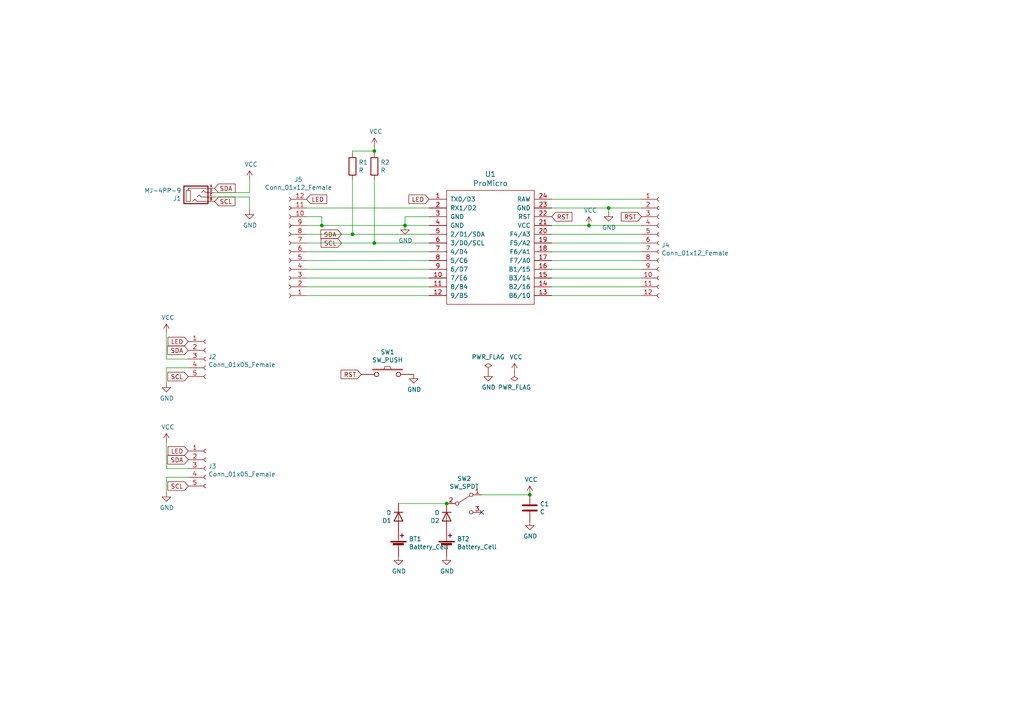
<source format=kicad_sch>
(kicad_sch (version 20211123) (generator eeschema)
  (paper "A4")
  (lib_symbols
    (symbol "Connector:Conn_01x05_Female" (pin_names (offset 1.016) hide)
      (property "Reference" "J" (at 0 7.62 0))
      (property "Value" "Conn_01x05_Female" (at 0 -7.62 0))
      (symbol "Conn_01x05_Female_1_1"
        (arc (start 0 -4.572) (mid -0.508 -5.08) (end 0 -5.588) (stroke (width 0.1524)))
        (arc (start 0 -2.032) (mid -0.508 -2.54) (end 0 -3.048) (stroke (width 0.1524)))
        (polyline (pts (xy -1.27 -5.08) (xy -0.508 -5.08)) (stroke (width 0.1524)))
        (polyline (pts (xy -1.27 -2.54) (xy -0.508 -2.54)) (stroke (width 0.1524)))
        (polyline (pts (xy -1.27 0) (xy -0.508 0)) (stroke (width 0.1524)))
        (polyline (pts (xy -1.27 2.54) (xy -0.508 2.54)) (stroke (width 0.1524)))
        (polyline (pts (xy -1.27 5.08) (xy -0.508 5.08)) (stroke (width 0.1524)))
        (arc (start 0 0.508) (mid -0.508 0) (end 0 -0.508) (stroke (width 0.1524)))
        (arc (start 0 3.048) (mid -0.508 2.54) (end 0 2.032) (stroke (width 0.1524)))
        (arc (start 0 5.588) (mid -0.508 5.08) (end 0 4.572) (stroke (width 0.1524)))
        (pin passive line (at -5.08 5.08 0) (length 3.81) (name "Pin_1") (number "1"))
        (pin passive line (at -5.08 2.54 0) (length 3.81) (name "Pin_2") (number "2"))
        (pin passive line (at -5.08 0 0) (length 3.81) (name "Pin_3") (number "3"))
        (pin passive line (at -5.08 -2.54 0) (length 3.81) (name "Pin_4") (number "4"))
        (pin passive line (at -5.08 -5.08 0) (length 3.81) (name "Pin_5") (number "5"))
      )
    )
    (symbol "Connector:Conn_01x12_Female" (pin_names (offset 1.016) hide)
      (property "Reference" "J" (at 0 15.24 0))
      (property "Value" "Conn_01x12_Female" (at 0 -17.78 0))
      (symbol "Conn_01x12_Female_1_1"
        (arc (start 0 -14.732) (mid -0.508 -15.24) (end 0 -15.748) (stroke (width 0.1524)))
        (arc (start 0 -12.192) (mid -0.508 -12.7) (end 0 -13.208) (stroke (width 0.1524)))
        (arc (start 0 -9.652) (mid -0.508 -10.16) (end 0 -10.668) (stroke (width 0.1524)))
        (arc (start 0 -7.112) (mid -0.508 -7.62) (end 0 -8.128) (stroke (width 0.1524)))
        (arc (start 0 -4.572) (mid -0.508 -5.08) (end 0 -5.588) (stroke (width 0.1524)))
        (arc (start 0 -2.032) (mid -0.508 -2.54) (end 0 -3.048) (stroke (width 0.1524)))
        (polyline (pts (xy -1.27 -15.24) (xy -0.508 -15.24)) (stroke (width 0.1524)))
        (polyline (pts (xy -1.27 -12.7) (xy -0.508 -12.7)) (stroke (width 0.1524)))
        (polyline (pts (xy -1.27 -10.16) (xy -0.508 -10.16)) (stroke (width 0.1524)))
        (polyline (pts (xy -1.27 -7.62) (xy -0.508 -7.62)) (stroke (width 0.1524)))
        (polyline (pts (xy -1.27 -5.08) (xy -0.508 -5.08)) (stroke (width 0.1524)))
        (polyline (pts (xy -1.27 -2.54) (xy -0.508 -2.54)) (stroke (width 0.1524)))
        (polyline (pts (xy -1.27 0) (xy -0.508 0)) (stroke (width 0.1524)))
        (polyline (pts (xy -1.27 2.54) (xy -0.508 2.54)) (stroke (width 0.1524)))
        (polyline (pts (xy -1.27 5.08) (xy -0.508 5.08)) (stroke (width 0.1524)))
        (polyline (pts (xy -1.27 7.62) (xy -0.508 7.62)) (stroke (width 0.1524)))
        (polyline (pts (xy -1.27 10.16) (xy -0.508 10.16)) (stroke (width 0.1524)))
        (polyline (pts (xy -1.27 12.7) (xy -0.508 12.7)) (stroke (width 0.1524)))
        (arc (start 0 0.508) (mid -0.508 0) (end 0 -0.508) (stroke (width 0.1524)))
        (arc (start 0 3.048) (mid -0.508 2.54) (end 0 2.032) (stroke (width 0.1524)))
        (arc (start 0 5.588) (mid -0.508 5.08) (end 0 4.572) (stroke (width 0.1524)))
        (arc (start 0 8.128) (mid -0.508 7.62) (end 0 7.112) (stroke (width 0.1524)))
        (arc (start 0 10.668) (mid -0.508 10.16) (end 0 9.652) (stroke (width 0.1524)))
        (arc (start 0 13.208) (mid -0.508 12.7) (end 0 12.192) (stroke (width 0.1524)))
        (pin passive line (at -5.08 12.7 0) (length 3.81) (name "Pin_1") (number "1"))
        (pin passive line (at -5.08 -10.16 0) (length 3.81) (name "Pin_10") (number "10"))
        (pin passive line (at -5.08 -12.7 0) (length 3.81) (name "Pin_11") (number "11"))
        (pin passive line (at -5.08 -15.24 0) (length 3.81) (name "Pin_12") (number "12"))
        (pin passive line (at -5.08 10.16 0) (length 3.81) (name "Pin_2") (number "2"))
        (pin passive line (at -5.08 7.62 0) (length 3.81) (name "Pin_3") (number "3"))
        (pin passive line (at -5.08 5.08 0) (length 3.81) (name "Pin_4") (number "4"))
        (pin passive line (at -5.08 2.54 0) (length 3.81) (name "Pin_5") (number "5"))
        (pin passive line (at -5.08 0 0) (length 3.81) (name "Pin_6") (number "6"))
        (pin passive line (at -5.08 -2.54 0) (length 3.81) (name "Pin_7") (number "7"))
        (pin passive line (at -5.08 -5.08 0) (length 3.81) (name "Pin_8") (number "8"))
        (pin passive line (at -5.08 -7.62 0) (length 3.81) (name "Pin_9") (number "9"))
      )
    )
    (symbol "Device:Battery_Cell" (pin_numbers hide) (pin_names (offset 0) hide)
      (property "Reference" "BT" (at 2.54 2.54 0))
      (property "Value" "Battery_Cell" (at 2.54 0 0))
      (symbol "Battery_Cell_0_1"
        (rectangle (start -2.286 1.778) (end 2.286 1.524) (fill (type outline)))
        (rectangle (start -1.5748 1.1938) (end 1.4732 0.6858) (fill (type outline)))
        (polyline (pts (xy 0 0.762) (xy 0 0)))
        (polyline (pts (xy 0 1.778) (xy 0 2.54)))
        (polyline (pts (xy 0.508 3.429) (xy 1.524 3.429)) (stroke (width 0.254)))
        (polyline (pts (xy 1.016 3.937) (xy 1.016 2.921)) (stroke (width 0.254)))
      )
      (symbol "Battery_Cell_1_1"
        (pin passive line (at 0 5.08 270) (length 2.54) (name "+") (number "1"))
        (pin passive line (at 0 -2.54 90) (length 2.54) (name "-") (number "2"))
      )
    )
    (symbol "Device:C" (pin_numbers hide) (pin_names (offset 0.254))
      (property "Reference" "C" (at 0.635 2.54 0))
      (property "Value" "C" (at 0.635 -2.54 0))
      (symbol "C_0_1"
        (polyline (pts (xy -2.032 -0.762) (xy 2.032 -0.762)) (stroke (width 0.508)))
        (polyline (pts (xy -2.032 0.762) (xy 2.032 0.762)) (stroke (width 0.508)))
      )
      (symbol "C_1_1"
        (pin passive line (at 0 3.81 270) (length 2.794) (name "~") (number "1"))
        (pin passive line (at 0 -3.81 90) (length 2.794) (name "~") (number "2"))
      )
    )
    (symbol "Device:D" (pin_numbers hide) (pin_names (offset 1.016) hide)
      (property "Reference" "D" (at 0 2.54 0))
      (property "Value" "D" (at 0 -2.54 0))
      (symbol "D_0_1"
        (polyline (pts (xy -1.27 1.27) (xy -1.27 -1.27)) (stroke (width 0.254)))
        (polyline (pts (xy 1.27 0) (xy -1.27 0)))
        (polyline (pts (xy 1.27 1.27) (xy 1.27 -1.27) (xy -1.27 0) (xy 1.27 1.27)) (stroke (width 0.254)))
      )
      (symbol "D_1_1"
        (pin passive line (at -3.81 0 0) (length 2.54) (name "K") (number "1"))
        (pin passive line (at 3.81 0 180) (length 2.54) (name "A") (number "2"))
      )
    )
    (symbol "Device:R" (pin_numbers hide) (pin_names (offset 0))
      (property "Reference" "R" (at 2.032 0 90))
      (property "Value" "R" (at 0 0 90))
      (symbol "R_0_1"
        (rectangle (start -1.016 -2.54) (end 1.016 2.54) (stroke (width 0.254)))
      )
      (symbol "R_1_1"
        (pin passive line (at 0 3.81 270) (length 1.27) (name "~") (number "1"))
        (pin passive line (at 0 -3.81 90) (length 1.27) (name "~") (number "2"))
      )
    )
    (symbol "Switch:SW_SPDT" (pin_names (offset 0) hide)
      (property "Reference" "SW" (at 0 4.318 0))
      (property "Value" "SW_SPDT" (at 0 -5.08 0))
      (symbol "SW_SPDT_0_0"
        (circle (center -2.032 0) (radius 0.508))
        (circle (center 2.032 -2.54) (radius 0.508))
      )
      (symbol "SW_SPDT_0_1"
        (polyline (pts (xy -1.524 0.254) (xy 1.651 2.286)))
        (circle (center 2.032 2.54) (radius 0.508))
      )
      (symbol "SW_SPDT_1_1"
        (pin passive line (at 5.08 2.54 180) (length 2.54) (name "A") (number "1"))
        (pin passive line (at -5.08 0 0) (length 2.54) (name "B") (number "2"))
        (pin passive line (at 5.08 -2.54 180) (length 2.54) (name "C") (number "3"))
      )
    )
    (symbol "mammoth:MJ-4PP-9" (pin_names (offset 1.016))
      (property "Reference" "J" (at 0 3.81 0))
      (property "Value" "MJ-4PP-9" (at 0 -3.81 0))
      (symbol "MJ-4PP-9_0_1"
        (rectangle (start -1.905 -1.905) (end -3.175 1.27))
        (polyline (pts (xy -2.54 1.27) (xy -2.54 1.905) (xy 3.175 1.905)))
        (polyline (pts (xy -1.27 -1.905) (xy -0.635 -1.27) (xy 0 -1.905) (xy 3.175 -1.905)))
        (polyline (pts (xy 0 -0.635) (xy 0.635 0) (xy 1.27 -0.635) (xy 3.175 -0.635)))
        (polyline (pts (xy 1.27 0.635) (xy 1.905 1.27) (xy 2.54 0.635) (xy 3.175 0.635)))
        (rectangle (start 3.175 2.54) (end -3.81 -2.54) (stroke (width 0.3048)))
      )
      (symbol "MJ-4PP-9_1_1"
        (pin input line (at 5.08 1.905 180) (length 2.0066) (name "~") (number "A"))
        (pin input line (at 5.08 -1.905 180) (length 2.0066) (name "~") (number "B"))
        (pin input line (at 5.08 -0.635 180) (length 2.0066) (name "~") (number "C"))
        (pin input line (at 5.08 0.635 180) (length 2.0066) (name "~") (number "D"))
      )
    )
    (symbol "mammoth:ProMicro" (pin_names (offset 1.016))
      (property "Reference" "U" (at 0 24.13 0))
      (property "Value" "ProMicro" (at 0 -13.97 0))
      (symbol "ProMicro_0_1"
        (rectangle (start -12.7 21.59) (end 12.7 -11.43))
      )
      (symbol "ProMicro_1_1"
        (pin bidirectional line (at -17.78 19.05 0) (length 5.08) (name "TX0/D3") (number "1"))
        (pin bidirectional line (at -17.78 -3.81 0) (length 5.08) (name "7/E6") (number "10"))
        (pin bidirectional line (at -17.78 -6.35 0) (length 5.08) (name "8/B4") (number "11"))
        (pin bidirectional line (at -17.78 -8.89 0) (length 5.08) (name "9/B5") (number "12"))
        (pin bidirectional line (at 17.78 -8.89 180) (length 5.08) (name "B6/10") (number "13"))
        (pin bidirectional line (at 17.78 -6.35 180) (length 5.08) (name "B2/16") (number "14"))
        (pin bidirectional line (at 17.78 -3.81 180) (length 5.08) (name "B3/14") (number "15"))
        (pin bidirectional line (at 17.78 -1.27 180) (length 5.08) (name "B1/15") (number "16"))
        (pin bidirectional line (at 17.78 1.27 180) (length 5.08) (name "F7/A0") (number "17"))
        (pin bidirectional line (at 17.78 3.81 180) (length 5.08) (name "F6/A1") (number "18"))
        (pin bidirectional line (at 17.78 6.35 180) (length 5.08) (name "F5/A2") (number "19"))
        (pin bidirectional line (at -17.78 16.51 0) (length 5.08) (name "RX1/D2") (number "2"))
        (pin bidirectional line (at 17.78 8.89 180) (length 5.08) (name "F4/A3") (number "20"))
        (pin power_in line (at 17.78 11.43 180) (length 5.08) (name "VCC") (number "21"))
        (pin input line (at 17.78 13.97 180) (length 5.08) (name "RST") (number "22"))
        (pin power_in line (at 17.78 16.51 180) (length 5.08) (name "GND") (number "23"))
        (pin power_out line (at 17.78 19.05 180) (length 5.08) (name "RAW") (number "24"))
        (pin power_in line (at -17.78 13.97 0) (length 5.08) (name "GND") (number "3"))
        (pin power_in line (at -17.78 11.43 0) (length 5.08) (name "GND") (number "4"))
        (pin bidirectional line (at -17.78 8.89 0) (length 5.08) (name "2/D1/SDA") (number "5"))
        (pin bidirectional line (at -17.78 6.35 0) (length 5.08) (name "3/D0/SCL") (number "6"))
        (pin bidirectional line (at -17.78 3.81 0) (length 5.08) (name "4/D4") (number "7"))
        (pin bidirectional line (at -17.78 1.27 0) (length 5.08) (name "5/C6") (number "8"))
        (pin bidirectional line (at -17.78 -1.27 0) (length 5.08) (name "6/D7") (number "9"))
      )
    )
    (symbol "mammoth:SW_PUSH" (pin_numbers hide) (pin_names (offset 1.016) hide)
      (property "Reference" "SW" (at 3.81 2.794 0))
      (property "Value" "SW_PUSH" (at 0 -2.032 0))
      (symbol "SW_PUSH_0_1"
        (rectangle (start -4.318 1.27) (end 4.318 1.524))
        (polyline (pts (xy -1.016 1.524) (xy -0.762 2.286) (xy 0.762 2.286) (xy 1.016 1.524)))
        (pin passive inverted (at -7.62 0 0) (length 5.08) (name "1") (number "1"))
        (pin passive inverted (at 7.62 0 180) (length 5.08) (name "2") (number "2"))
      )
    )
    (symbol "power:GND" (power) (pin_names (offset 0))
      (property "Value" "GND" (at 0 -3.81 0))
      (symbol "GND_0_1"
        (polyline (pts (xy 0 0) (xy 0 -1.27) (xy 1.27 -1.27) (xy 0 -2.54) (xy -1.27 -1.27) (xy 0 -1.27)))
      )
      (symbol "GND_1_1"
        (pin power_in line (at 0 0 270) (length 0) hide (name "GND") (number "1"))
      )
    )
    (symbol "power:PWR_FLAG" (power) (pin_numbers hide) (pin_names (offset 0) hide)
      (property "Value" "PWR_FLAG" (at 0 3.81 0))
      (symbol "PWR_FLAG_0_0"
        (pin power_out line (at 0 0 90) (length 0) (name "pwr") (number "1"))
      )
      (symbol "PWR_FLAG_0_1"
        (polyline (pts (xy 0 0) (xy 0 1.27) (xy -1.016 1.905) (xy 0 2.54) (xy 1.016 1.905) (xy 0 1.27)))
      )
    )
    (symbol "power:VCC" (power) (pin_names (offset 0))
      (property "Value" "VCC" (at 0 3.81 0))
      (symbol "VCC_0_1"
        (polyline (pts (xy -0.762 1.27) (xy 0 2.54)))
        (polyline (pts (xy 0 0) (xy 0 2.54)))
        (polyline (pts (xy 0 2.54) (xy 0.762 1.27)))
      )
      (symbol "VCC_1_1"
        (pin power_in line (at 0 0 90) (length 0) hide (name "VCC") (number "1"))
      )
    )
  )
  (junction (at 129.54 146.05))
  (junction (at 117.475 65.405))
  (junction (at 93.345 65.405))
  (junction (at 102.235 67.945))
  (junction (at 108.585 43.815))
  (junction (at 108.585 70.485))
  (junction (at 176.53 60.325))
  (junction (at 153.67 143.51))
  (junction (at 170.815 65.405))
  (no_connect (at 139.7 148.59))
  (wire (pts (xy 62.23 55.88) (xy 72.39 55.88)))
  (wire (pts (xy 48.26 135.89) (xy 54.61 135.89)))
  (wire (pts (xy 88.9 73.025) (xy 124.46 73.025)))
  (wire (pts (xy 88.9 80.645) (xy 124.46 80.645)))
  (wire (pts (xy 160.02 67.945) (xy 186.055 67.945)))
  (wire (pts (xy 102.235 67.945) (xy 124.46 67.945)))
  (wire (pts (xy 108.585 52.07) (xy 108.585 70.485)))
  (wire (pts (xy 115.57 146.05) (xy 129.54 146.05)))
  (wire (pts (xy 139.7 143.51) (xy 153.67 143.51)))
  (wire (pts (xy 72.39 55.88) (xy 72.39 52.07)))
  (wire (pts (xy 160.02 75.565) (xy 186.055 75.565)))
  (wire (pts (xy 124.46 62.865) (xy 117.475 62.865)))
  (wire (pts (xy 108.585 42.545) (xy 108.585 43.815)))
  (wire (pts (xy 108.585 43.815) (xy 108.585 44.45)))
  (wire (pts (xy 48.26 135.89) (xy 48.26 128.27)))
  (wire (pts (xy 48.26 104.14) (xy 48.26 96.52)))
  (wire (pts (xy 62.23 57.15) (xy 72.39 57.15)))
  (wire (pts (xy 160.02 70.485) (xy 186.055 70.485)))
  (wire (pts (xy 88.9 62.865) (xy 93.345 62.865)))
  (wire (pts (xy 160.02 80.645) (xy 186.055 80.645)))
  (wire (pts (xy 102.235 52.07) (xy 102.235 67.945)))
  (wire (pts (xy 160.02 65.405) (xy 170.815 65.405)))
  (wire (pts (xy 102.235 43.815) (xy 102.235 44.45)))
  (wire (pts (xy 88.9 70.485) (xy 108.585 70.485)))
  (wire (pts (xy 48.26 138.43) (xy 48.26 142.875)))
  (wire (pts (xy 160.02 73.025) (xy 186.055 73.025)))
  (wire (pts (xy 160.02 83.185) (xy 186.055 83.185)))
  (wire (pts (xy 108.585 43.815) (xy 102.235 43.815)))
  (wire (pts (xy 88.9 78.105) (xy 124.46 78.105)))
  (wire (pts (xy 160.02 57.785) (xy 186.055 57.785)))
  (wire (pts (xy 72.39 57.15) (xy 72.39 60.96)))
  (wire (pts (xy 124.46 65.405) (xy 117.475 65.405)))
  (wire (pts (xy 93.345 65.405) (xy 88.9 65.405)))
  (wire (pts (xy 48.26 138.43) (xy 54.61 138.43)))
  (wire (pts (xy 93.345 62.865) (xy 93.345 65.405)))
  (wire (pts (xy 170.815 65.405) (xy 186.055 65.405)))
  (wire (pts (xy 88.9 60.325) (xy 124.46 60.325)))
  (wire (pts (xy 88.9 67.945) (xy 102.235 67.945)))
  (wire (pts (xy 117.475 62.865) (xy 117.475 65.405)))
  (wire (pts (xy 48.26 106.68) (xy 54.61 106.68)))
  (wire (pts (xy 160.02 85.725) (xy 186.055 85.725)))
  (wire (pts (xy 176.53 60.325) (xy 176.53 61.595)))
  (wire (pts (xy 117.475 65.405) (xy 93.345 65.405)))
  (wire (pts (xy 186.055 78.105) (xy 160.02 78.105)))
  (wire (pts (xy 160.02 60.325) (xy 176.53 60.325)))
  (wire (pts (xy 124.46 83.185) (xy 88.9 83.185)))
  (wire (pts (xy 48.26 104.14) (xy 54.61 104.14)))
  (wire (pts (xy 88.9 85.725) (xy 124.46 85.725)))
  (wire (pts (xy 186.055 60.325) (xy 176.53 60.325)))
  (wire (pts (xy 48.26 106.68) (xy 48.26 111.125)))
  (wire (pts (xy 124.46 70.485) (xy 108.585 70.485)))
  (wire (pts (xy 124.46 75.565) (xy 88.9 75.565)))
  (global_label "SDA" (shape input) (at 99.06 67.945 180) (property "シート間のリファレンス" "${INTERSHEET_REFS}" (effects hide)))
  (global_label "RST" (shape input) (at 186.055 62.865 180) (property "シート間のリファレンス" "${INTERSHEET_REFS}" (effects hide)))
  (global_label "SDA" (shape input) (at 62.23 54.61 0) (property "シート間のリファレンス" "${INTERSHEET_REFS}" (effects hide)))
  (global_label "LED" (shape input) (at 54.61 99.06 180) (property "シート間のリファレンス" "${INTERSHEET_REFS}" (effects hide)))
  (global_label "SCL" (shape input) (at 99.06 70.485 180) (property "シート間のリファレンス" "${INTERSHEET_REFS}" (effects hide)))
  (global_label "LED" (shape input) (at 124.46 57.785 180) (property "シート間のリファレンス" "${INTERSHEET_REFS}" (effects hide)))
  (global_label "SDA" (shape input) (at 54.61 133.35 180) (property "シート間のリファレンス" "${INTERSHEET_REFS}" (effects hide)))
  (global_label "LED" (shape input) (at 54.61 130.81 180) (property "シート間のリファレンス" "${INTERSHEET_REFS}" (effects hide)))
  (global_label "SCL" (shape input) (at 54.61 140.97 180) (property "シート間のリファレンス" "${INTERSHEET_REFS}" (effects hide)))
  (global_label "SCL" (shape input) (at 54.61 109.22 180) (property "シート間のリファレンス" "${INTERSHEET_REFS}" (effects hide)))
  (global_label "SCL" (shape input) (at 62.23 58.42 0) (property "シート間のリファレンス" "${INTERSHEET_REFS}" (effects hide)))
  (global_label "RST" (shape input) (at 104.775 108.585 180) (property "シート間のリファレンス" "${INTERSHEET_REFS}" (effects hide)))
  (global_label "RST" (shape input) (at 160.02 62.865 0) (property "シート間のリファレンス" "${INTERSHEET_REFS}" (effects hide)))
  (global_label "SDA" (shape input) (at 54.61 101.6 180) (property "シート間のリファレンス" "${INTERSHEET_REFS}" (effects hide)))
  (global_label "LED" (shape input) (at 88.9 57.785 0) (property "シート間のリファレンス" "${INTERSHEET_REFS}" (effects hide)))
  (symbol (lib_id "mammoth:ProMicro") (at 142.24 76.835 0) (unit 1)
    (property "Reference" "U1" (at 142.24 50.4952 0) (effects (font (size 1.524 1.524))))
    (property "Value" "ProMicro" (at 142.24 53.1876 0) (effects (font (size 1.524 1.524))))
    (property "Footprint" "mammoth:ProMicro_v3" (effects hide))
  )
  (symbol (lib_id "Connector:Conn_01x05_Female") (at 59.69 104.14 0) (unit 1)
    (property "Reference" "J2" (at 60.4012 103.4796 0) (effects (justify left)))
    (property "Value" "Conn_01x05_Female" (at 60.4012 105.791 0) (effects (justify left)))
    (property "Footprint" "mammoth:JST_ACH_BM05B-ACHSS-A-GAN-ETF_1x05-1MP_P1.20mm_Vertical" (effects hide))
  )
  (symbol (lib_id "mammoth:MJ-4PP-9") (at 57.15 56.515 0) (unit 1)
    (property "Reference" "J1" (at 52.578 57.5818 0) (effects (justify right)))
    (property "Value" "MJ-4PP-9" (at 52.578 55.2704 0) (effects (justify right)))
    (property "Footprint" "mammoth:MJ-4PP-9" (effects hide))
  )
  (symbol (lib_id "power:VCC") (at 170.815 65.405 0) (unit 1)
    (property "Reference" "#PWR06" (effects hide))
    (property "Value" "VCC" (at 171.2468 61.0108 0))
  )
  (symbol (lib_id "power:VCC") (at 72.39 52.07 0) (unit 1)
    (property "Reference" "#PWR01" (effects hide))
    (property "Value" "VCC" (at 72.8218 47.6758 0))
  )
  (symbol (lib_id "power:VCC") (at 48.26 96.52 0) (unit 1)
    (property "Reference" "#PWR07" (effects hide))
    (property "Value" "VCC" (at 48.6918 92.1258 0))
  )
  (symbol (lib_id "power:GND") (at 176.53 61.595 0) (unit 1)
    (property "Reference" "#PWR04" (effects hide))
    (property "Value" "GND" (at 176.657 65.9892 0))
  )
  (symbol (lib_id "power:GND") (at 117.475 65.405 0) (unit 1)
    (property "Reference" "#PWR05" (effects hide))
    (property "Value" "GND" (at 117.602 69.7992 0))
  )
  (symbol (lib_id "power:GND") (at 72.39 60.96 0) (unit 1)
    (property "Reference" "#PWR03" (effects hide))
    (property "Value" "GND" (at 72.517 65.3542 0))
  )
  (symbol (lib_id "power:GND") (at 48.26 111.125 0) (unit 1)
    (property "Reference" "#PWR08" (effects hide))
    (property "Value" "GND" (at 48.387 115.5192 0))
  )
  (symbol (lib_id "Connector:Conn_01x12_Female") (at 83.82 73.025 180) (unit 1)
    (property "Reference" "J5" (at 86.5632 52.07 0))
    (property "Value" "Conn_01x12_Female" (at 86.5632 54.3814 0))
    (property "Footprint" "mammoth:PinHeader_1x12_P2.54mm_Vertical" (effects hide))
  )
  (symbol (lib_id "power:VCC") (at 108.585 42.545 0) (unit 1)
    (property "Reference" "#PWR02" (effects hide))
    (property "Value" "VCC" (at 109.0168 38.1508 0))
  )
  (symbol (lib_id "Device:R") (at 108.585 48.26 0) (unit 1)
    (property "Reference" "R2" (at 110.363 47.0916 0) (effects (justify left)))
    (property "Value" "R" (at 110.363 49.403 0) (effects (justify left)))
    (property "Footprint" "mammoth:R" (effects hide))
  )
  (symbol (lib_id "Device:R") (at 102.235 48.26 0) (unit 1)
    (property "Reference" "R1" (at 104.013 47.0916 0) (effects (justify left)))
    (property "Value" "R" (at 104.013 49.403 0) (effects (justify left)))
    (property "Footprint" "mammoth:R" (effects hide))
  )
  (symbol (lib_id "Connector:Conn_01x12_Female") (at 191.135 70.485 0) (unit 1)
    (property "Reference" "J4" (at 191.8462 71.0946 0) (effects (justify left)))
    (property "Value" "Conn_01x12_Female" (at 191.8462 73.406 0) (effects (justify left)))
    (property "Footprint" "mammoth:PinHeader_1x12_P2.54mm_Vertical" (effects hide))
  )
  (symbol (lib_id "mammoth:SW_PUSH") (at 112.395 108.585 0) (unit 1)
    (property "Reference" "SW1" (at 112.395 102.108 0))
    (property "Value" "SW_PUSH" (at 112.395 104.4194 0))
    (property "Footprint" "mammoth:ResetSW" (effects hide))
  )
  (symbol (lib_id "power:GND") (at 120.015 108.585 0) (unit 1)
    (property "Reference" "#PWR09" (effects hide))
    (property "Value" "GND" (at 120.142 112.9792 0))
  )
  (symbol (lib_id "power:GND") (at 141.605 107.95 0) (unit 1)
    (property "Reference" "#PWR0101" (effects hide))
    (property "Value" "GND" (at 141.732 112.3442 0))
  )
  (symbol (lib_id "power:VCC") (at 149.225 107.95 0) (unit 1)
    (property "Reference" "#PWR0102" (effects hide))
    (property "Value" "VCC" (at 149.6568 103.5558 0))
  )
  (symbol (lib_id "power:PWR_FLAG") (at 149.225 107.95 180) (unit 1)
    (property "Reference" "#FLG0101" (effects hide))
    (property "Value" "PWR_FLAG" (at 149.225 112.3442 0))
  )
  (symbol (lib_id "power:PWR_FLAG") (at 141.605 107.95 0) (unit 1)
    (property "Reference" "#FLG0102" (effects hide))
    (property "Value" "PWR_FLAG" (at 141.605 103.5558 0))
  )
  (symbol (lib_id "Connector:Conn_01x05_Female") (at 59.69 135.89 0) (unit 1)
    (property "Reference" "J3" (at 60.4012 135.2296 0) (effects (justify left)))
    (property "Value" "Conn_01x05_Female" (at 60.4012 137.541 0) (effects (justify left)))
    (property "Footprint" "mammoth:JST_ACH_BM05B-ACHSS-A-GAN-ETF_1x05-1MP_P1.20mm_Vertical" (effects hide))
  )
  (symbol (lib_id "power:VCC") (at 48.26 128.27 0) (unit 1)
    (property "Reference" "#PWR0103" (effects hide))
    (property "Value" "VCC" (at 48.6918 123.8758 0))
  )
  (symbol (lib_id "power:GND") (at 48.26 142.875 0) (unit 1)
    (property "Reference" "#PWR0104" (effects hide))
    (property "Value" "GND" (at 48.387 147.2692 0))
  )
  (symbol (lib_id "Device:D") (at 115.57 149.86 270) (unit 1)
    (property "Reference" "D1" (at 113.538 151.0284 90) (effects (justify right)))
    (property "Value" "D" (at 113.538 148.717 90) (effects (justify right)))
    (property "Footprint" "mammoth:D_SOD-323_HandSoldering_rev" (effects hide))
  )
  (symbol (lib_id "Device:Battery_Cell") (at 115.57 158.75 0) (unit 1)
    (property "Reference" "BT1" (at 118.5672 156.3116 0) (effects (justify left)))
    (property "Value" "Battery_Cell" (at 118.5672 158.623 0) (effects (justify left)))
    (property "Footprint" "mammoth:ch28-2032LF_rev" (effects hide))
  )
  (symbol (lib_id "Device:D") (at 129.54 149.86 270) (unit 1)
    (property "Reference" "D2" (at 127.508 151.0284 90) (effects (justify right)))
    (property "Value" "D" (at 127.508 148.717 90) (effects (justify right)))
    (property "Footprint" "mammoth:D_SOD-323_HandSoldering_rev" (effects hide))
  )
  (symbol (lib_id "Device:Battery_Cell") (at 129.54 158.75 0) (unit 1)
    (property "Reference" "BT2" (at 132.5372 156.3116 0) (effects (justify left)))
    (property "Value" "Battery_Cell" (at 132.5372 158.623 0) (effects (justify left)))
    (property "Footprint" "mammoth:ch28-2032LF_rev" (effects hide))
  )
  (symbol (lib_id "Device:C") (at 153.67 147.32 0) (unit 1)
    (property "Reference" "C1" (at 156.591 146.1516 0) (effects (justify left)))
    (property "Value" "C" (at 156.591 148.463 0) (effects (justify left)))
    (property "Footprint" "mammoth:C_1206_3216Metric_Pad1.33x1.80mm_HandSolder_rev" (effects hide))
  )
  (symbol (lib_id "power:GND") (at 115.57 161.29 0) (unit 1)
    (property "Reference" "#PWR012" (effects hide))
    (property "Value" "GND" (at 115.697 165.6842 0))
  )
  (symbol (lib_id "power:GND") (at 129.54 161.29 0) (unit 1)
    (property "Reference" "#PWR013" (effects hide))
    (property "Value" "GND" (at 129.667 165.6842 0))
  )
  (symbol (lib_id "power:GND") (at 153.67 151.13 0) (unit 1)
    (property "Reference" "#PWR015" (effects hide))
    (property "Value" "GND" (at 153.797 155.5242 0))
  )
  (symbol (lib_id "power:VCC") (at 153.67 143.51 0) (unit 1)
    (property "Reference" "#PWR014" (effects hide))
    (property "Value" "VCC" (at 154.051 139.1158 0))
  )
  (symbol (lib_id "Switch:SW_SPDT") (at 134.62 146.05 0) (unit 1)
    (property "Reference" "SW2" (at 134.62 138.811 0))
    (property "Value" "SW_SPDT" (at 134.62 141.1224 0))
    (property "Footprint" "mammoth:SS-12D00G3" (effects hide))
  )
)
</source>
